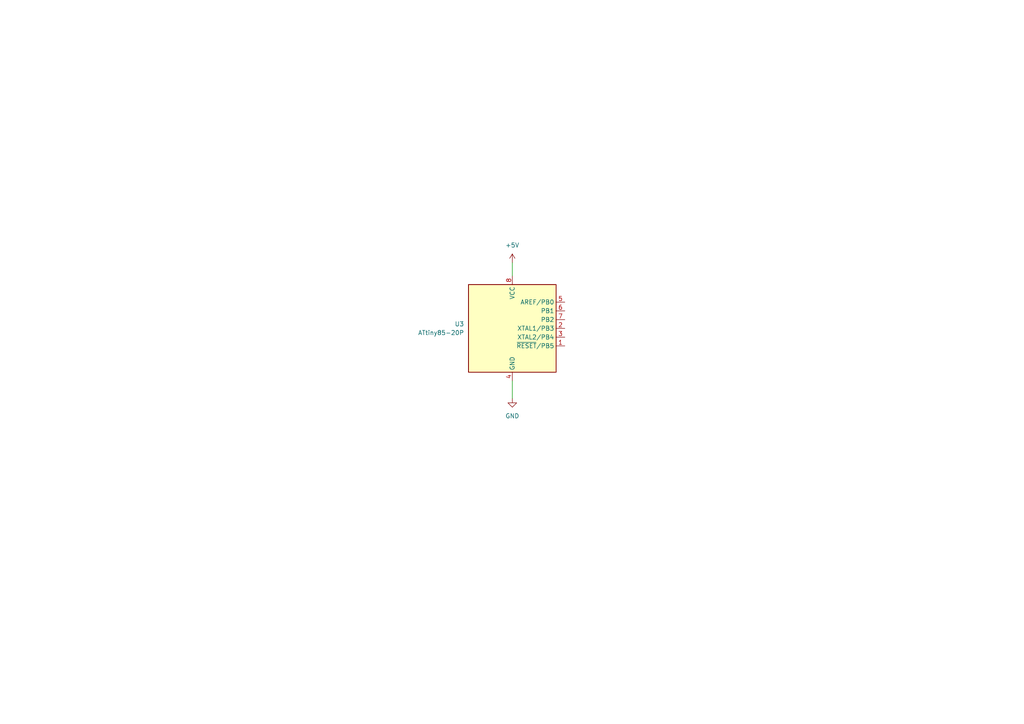
<source format=kicad_sch>
(kicad_sch (version 20250114) (generator "eeschema") (generator_version "9.0")
  (paper "A4")
  (lib_symbols
    (symbol "MCU_Microchip_ATtiny:ATtiny85-20P"
      (property "Reference" "U" (at -12.7 13.97 0))
      (property "Value" "ATtiny85-20P" (at 2.54 -13.97 0))
      (symbol "ATtiny85-20P_0_1"
        (rectangle (start -12.7 -12.7) (end 12.7 12.7) (stroke (width 0.254)) (fill (type background)))
      )
      (symbol "ATtiny85-20P_1_1"
        (pin power_in line (at 0 15.24 270) (length 2.54) (name "VCC") (number "8"))
        (pin power_in line (at 0 -15.24 90) (length 2.54) (name "GND") (number "4"))
        (pin bidirectional line (at 15.24 7.62 180) (length 2.54) (name "AREF/PB0") (number "5"))
        (pin bidirectional line (at 15.24 5.08 180) (length 2.54) (name "PB1") (number "6"))
        (pin bidirectional line (at 15.24 2.54 180) (length 2.54) (name "PB2") (number "7"))
        (pin bidirectional line (at 15.24 0 180) (length 2.54) (name "XTAL1/PB3") (number "2"))
        (pin bidirectional line (at 15.24 -2.54 180) (length 2.54) (name "XTAL2/PB4") (number "3"))
        (pin bidirectional line (at 15.24 -5.08 180) (length 2.54) (name "~{RESET}/PB5") (number "1"))
      )
    )
    (symbol "power:+5V" (power) (pin_numbers (hide yes)) (pin_names (offset 0) (hide yes))
      (property "Value" "+5V" (at 0 3.556 0))
      (symbol "+5V_0_1"
        (polyline (pts (xy -0.762 1.27) (xy 0 2.54)))
        (polyline (pts (xy 0 2.54) (xy 0.762 1.27)))
        (polyline (pts (xy 0 0) (xy 0 2.54)))
      )
      (symbol "+5V_1_1"
        (pin power_in line (at 0 0 90) (length 0) (name "~") (number "1"))
      )
    )
    (symbol "power:GND" (power) (pin_numbers (hide yes)) (pin_names (offset 0) (hide yes))
      (property "Value" "GND" (at 0 -3.81 0))
      (symbol "GND_0_1"
        (polyline (pts (xy 0 0) (xy 0 -1.27) (xy 1.27 -1.27) (xy 0 -2.54) (xy -1.27 -1.27) (xy 0 -1.27)))
      )
      (symbol "GND_1_1"
        (pin power_in line (at 0 0 270) (length 0) (name "~") (number "1"))
      )
    )
  )
  (wire (pts (xy 148.59 76.2) (xy 148.59 80.01)))
  (wire (pts (xy 148.59 110.49) (xy 148.59 115.57)))
  (symbol (lib_id "power:+5V") (at 148.59 76.2 0) (unit 1)
    (property "Reference" "#PWR05" (effects (hide yes)))
    (property "Value" "+5V" (at 148.59 71.12 0))
    (property "Description" "Power symbol creates a global label with name \"+5V\"" (effects (hide yes)))
  )
  (symbol (lib_id "power:GND") (at 148.59 115.57 0) (unit 1)
    (property "Reference" "#PWR04" (effects (hide yes)))
    (property "Value" "GND" (at 148.59 120.65 0))
    (property "Description" "Power symbol creates a global label with name \"GND\" , ground" (effects (hide yes)))
  )
  (symbol (lib_id "MCU_Microchip_ATtiny:ATtiny85-20P") (at 148.59 95.25 0) (unit 1)
    (property "Reference" "U3" (at 134.62 93.9799 0) (effects (justify right)))
    (property "Value" "ATtiny85-20P" (at 134.62 96.5199 0) (effects (justify right)))
    (property "Footprint" "Package_DIP:DIP-8_W7.62mm" (effects (hide yes)))
    (property "Datasheet" "http://ww1.microchip.com/downloads/en/DeviceDoc/atmel-2586-avr-8-bit-microcontroller-attiny25-attiny45-attiny85_datasheet.pdf" (effects (hide yes)))
    (property "Description" "20MHz, 8kB Flash, 512B SRAM, 512B EEPROM, debugWIRE, DIP-8" (effects (hide yes)))
  )
)
</source>
